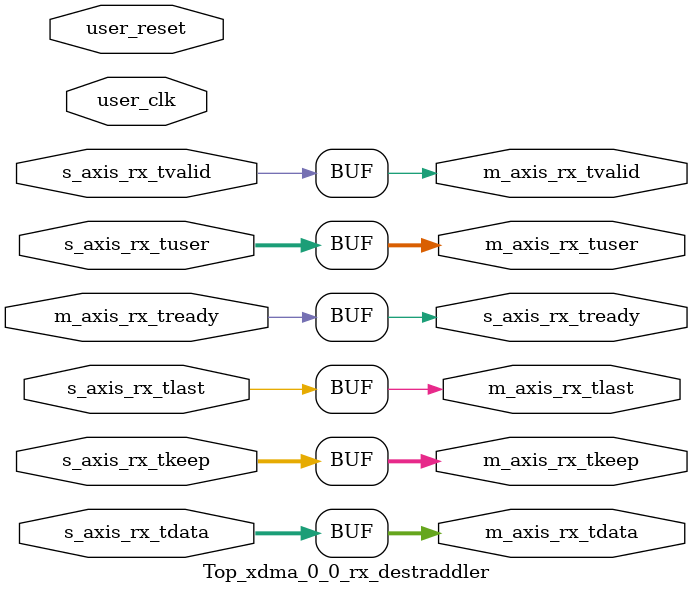
<source format=sv>


`timescale 1ps/1ps

module Top_xdma_0_0_rx_destraddler #(
  parameter C_AXI_DATA_WIDTH = 64,                     // RX/TX interface data width
  parameter C_KEEP_WIDTH     = C_AXI_DATA_WIDTH/8,     // TKEEP width
  parameter TCQ              = 1                       // Clock to Q time

  ) (

  input                         user_clk,
  input                         user_reset,

  //-------------------------------------------------
  // AXI-S RX Interface from PCIe Hard Block
  //-------------------------------------------------
  input  [C_AXI_DATA_WIDTH-1:0] s_axis_rx_tdata,       // RX data
  input                         s_axis_rx_tvalid,      // RX data is valid
  output reg                    s_axis_rx_tready,      // RX ready for data
  input      [C_KEEP_WIDTH-1:0] s_axis_rx_tkeep,       // RX strobe byte enables
  input                         s_axis_rx_tlast,       // RX data is last
  input                  [21:0] s_axis_rx_tuser,       // RX user signals

  //-------------------------------------------------
  // AXI-S RX Interface to RX Demux
  //-------------------------------------------------
  output reg [C_AXI_DATA_WIDTH-1:0] m_axis_rx_tdata,       // RX data
  output reg                        m_axis_rx_tvalid,      // RX data is valid
  input                             m_axis_rx_tready,      // RX ready for data
  output reg    [C_KEEP_WIDTH-1:0]  m_axis_rx_tkeep,       // RX strobe byte enables
  output reg                        m_axis_rx_tlast,       // RX data is last
  output reg                [21:0]  m_axis_rx_tuser        // RX user signals

);

generate
if(C_AXI_DATA_WIDTH == 128) begin : data_width_128

  // Local parameters

  localparam NORMAL_PACKET    = 2'b00;
  localparam STRADDLED_PACKET = 2'b01;
  localparam THROTTLE_TLP     = 2'b10;

  // Wire and Register Declarations

  reg [1:0]  state;
  reg [63:0] prev_data_half;
  reg [7:0]  prev_keep_half;
  reg [21:0] prev_user_half;


  always @(posedge user_clk) begin

    if (user_reset) begin

      state <= #TCQ NORMAL_PACKET;

    end else begin

      if (m_axis_rx_tready) begin

        // Store higher DWs in case it's straddled packet
        prev_data_half <= #TCQ s_axis_rx_tdata[127:64];
        prev_keep_half <= #TCQ s_axis_rx_tkeep[15:8];
        prev_user_half <= #TCQ s_axis_rx_tuser;

        case (state)

        NORMAL_PACKET: begin

          if (s_axis_rx_tuser[14] && s_axis_rx_tuser[13]) begin // SOF && Start @ DW2/3

            state           <= #TCQ STRADDLED_PACKET;

          end

        end // NORMAL_PACKET

        STRADDLED_PACKET: begin

          if (s_axis_rx_tuser[21] && !s_axis_rx_tuser[14]) begin // EOF && !SOF

            if (s_axis_rx_tuser[20]) begin          // EOF @ DW2/3
              state           <= #TCQ THROTTLE_TLP;
            end else begin                          // EOF @ DW0/1
              state           <= #TCQ NORMAL_PACKET;
            end

          end // EOF && !SOF

          // Note for all possible conditions in this state:
          // else if EOF && SOF  : SOF can only start @ DW2/3, so EOF can only be @ DW0/1. Stay in this state
          // else if !EOF && SOF : Will never have SOF only in this state. Stay in this state
          // else if !EOF && !SOF: No change. Stay in this state

        end // STRADDLED_PACKET

        THROTTLE_TLP: begin

          state <= #TCQ NORMAL_PACKET;

        end // THROTTLE_TLP

        default: begin

          state <= #TCQ NORMAL_PACKET;

        end // default

        endcase

      end // s_axis_rx_tready
    end // reset
  end // always

  always @(*) begin

      case (state)

      NORMAL_PACKET: begin

        m_axis_rx_tdata  = s_axis_rx_tdata;
        m_axis_rx_tvalid = s_axis_rx_tvalid;
        s_axis_rx_tready = m_axis_rx_tready;
        m_axis_rx_tkeep  =   (s_axis_rx_tuser[20:19] == 2'b00) ? 16'h000F :
                           ( (s_axis_rx_tuser[20:19] == 2'b01) ? 16'h00FF :
                           ( (s_axis_rx_tuser[20:19] == 2'b10) ? 16'h0FFF :
                                                                 16'hFFFF ));

        m_axis_rx_tlast  = s_axis_rx_tuser[21];

        // If EOF or (EOF and SOF), zero out SOF field. If SOF, the EOF field is already zero in this state
        m_axis_rx_tuser  = s_axis_rx_tuser[21] ? ( {s_axis_rx_tuser[21:15], 5'b0, s_axis_rx_tuser[9:0]} ) :
                                                 ( s_axis_rx_tuser                                      ) ;

      end

      STRADDLED_PACKET: begin

        m_axis_rx_tdata  = {s_axis_rx_tdata[63:0], prev_data_half};
        m_axis_rx_tvalid = s_axis_rx_tvalid;
        s_axis_rx_tready = m_axis_rx_tready;

        m_axis_rx_tkeep  = { ((s_axis_rx_tuser[20:19] == 2'b00) ? 8'h0F : 8'hFF),
                             8'hFF
                           };

        m_axis_rx_tlast  = (s_axis_rx_tuser[21] && s_axis_rx_tuser[20]) ? 1'b0 : 1'b1;

        // If SOF seen previously, zero out EOF. If EOF or (EOF and SOF) currently, zero out SOF field.
        m_axis_rx_tuser  = prev_user_half[14] ? {5'b0, prev_user_half[16:0]} :
                                                ( s_axis_rx_tuser[21] ? ( {s_axis_rx_tuser[21:15], 5'b0, s_axis_rx_tuser[9:0]} ) :
                                                                        ( s_axis_rx_tuser                                      )
                                                );

      end

      THROTTLE_TLP: begin

        m_axis_rx_tdata  = {64'h0, prev_data_half};
        m_axis_rx_tvalid = 1'b1;
        s_axis_rx_tready = 1'b0;

        m_axis_rx_tkeep  = { 8'h0, 
                             ((prev_user_half[20:19] == 2'b00) ? 8'h0F : 8'hFF)
                           };

        m_axis_rx_tlast  = 1'b1;
        m_axis_rx_tuser  = {prev_user_half[21:15], 5'b0, prev_user_half[9:0]}; // Zero out SOF field

      end

      default: begin

        m_axis_rx_tdata  = s_axis_rx_tdata;
        m_axis_rx_tvalid = s_axis_rx_tvalid;
        s_axis_rx_tready = m_axis_rx_tready;
        m_axis_rx_tkeep  = s_axis_rx_tkeep;
        m_axis_rx_tlast  = s_axis_rx_tuser[21];
        m_axis_rx_tuser  = s_axis_rx_tuser;

      end

      endcase

  end // always

end // data_width_128
else begin: data_width_64

  // No straddling in 64-bit mode. Pass through all signals as is
  always @(*) begin

    m_axis_rx_tdata  = s_axis_rx_tdata;
    m_axis_rx_tvalid = s_axis_rx_tvalid;
    s_axis_rx_tready = m_axis_rx_tready;
    m_axis_rx_tkeep  = s_axis_rx_tkeep;
    m_axis_rx_tlast  = s_axis_rx_tlast;
    m_axis_rx_tuser  = s_axis_rx_tuser;

  end // always

end // data_width_64
endgenerate

endmodule

</source>
